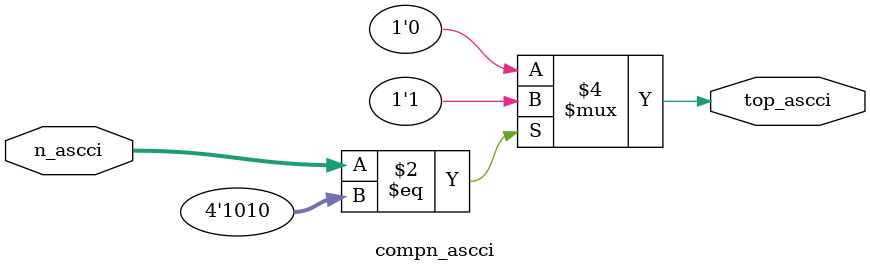
<source format=v>
`timescale 1ns / 1ps
module compn_ascci(
    input [3:0] n_ascci,
    output reg top_ascci
    );
always @(n_ascci) begin
		if (n_ascci==4'b1010) top_ascci <= 1'b1;
		else top_ascci <= 1'b0;
	end
endmodule



</source>
